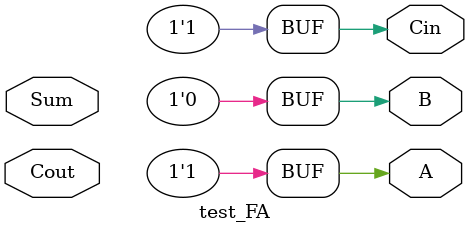
<source format=v>
module test_FA(Sum, Cout, A, B, Cin);

	input Sum, Cout;
	output A, B, Cin;

	reg A, B, Cin;

	initial begin	
	#5 A=1; B=0; Cin=1;
	#5 A=1; B=1; Cin=1;
	#5 A=0; B=0; Cin=1;	
	#5 A=0; B=1; Cin=1;
	#5 A=1; B=0; Cin=1;
	end

	initial 
	$monitor("%d, A=%b, B=%b, Cin=%b **** Sum=%b, Cout=%b  \n",$time, A, B, Cin, Sum, Cout);		
	
endmodule
</source>
